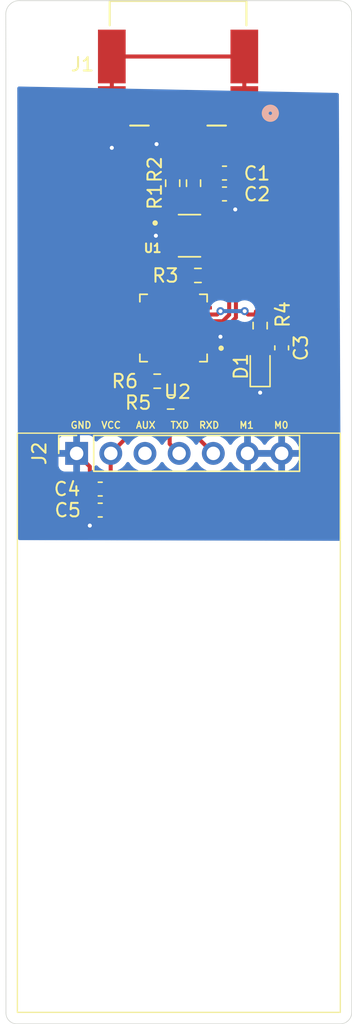
<source format=kicad_pcb>
(kicad_pcb (version 20240108) (generator "pcbnew") (generator_version "8.0")
  (layers (0 "F.Cu" signal) (31 "B.Cu" signal) (34 "B.Paste" user) (35 "F.Paste" user) (36 "B.SilkS" user "B.Silkscreen") (37 "F.SilkS" user "F.Silkscreen") (38 "B.Mask" user) (39 "F.Mask" user) (44 "Edge.Cuts" user))
  (net 0 "")
  (net 1 "GND")
  (net 2 "/VBUS")
  (net 3 "/RED_LED")
  (net 4 "Net-(D1-A)")
  (net 5 "Net-(J1-D-)")
  (net 6 "Net-(J1-D+)")
  (net 8 "/TXD")
  (net 9 "/RXD")
  (net 10 "/USB_D-")
  (net 11 "/USB_D+")
  (net 12 "/CP_D-")
  (net 13 "/CP_D+")
  (net 15 "Net-(U2-~{RST})")
  (footprint "Capacitor_SMD:C_0603_1608Metric" (layer "F.Cu") (at 114.085 91.77)
    (property "Reference" "C5" (at -2.415 0.01 0) (layer "F.SilkS"))
    (property "Value" "0.1uF")
    (fp_line (start -0.14058 -0.51) (end 0.14058 -0.51) (stroke (width 0.12)) (layer "F.SilkS"))
    (fp_line (start -0.14058 0.51) (end 0.14058 0.51) (stroke (width 0.12)) (layer "F.SilkS"))
    (pad "1" smd roundrect (at -0.775 0) (size 0.9 0.95) (layers "F.Cu" "F.Paste" "F.Mask") (net 1 "GND"))
    (pad "2" smd roundrect (at 0.775 0) (size 0.9 0.95) (layers "F.Cu" "F.Paste" "F.Mask") (net 2 "/VBUS"))
  )
  (footprint "Capacitor_SMD:C_0603_1608Metric" (layer "F.Cu") (at 114.085 90.21)
    (property "Reference" "C4" (at -2.465 0 0) (layer "F.SilkS"))
    (property "Value" "0.1uF")
    (fp_line (start -0.14058 -0.51) (end 0.14058 -0.51) (stroke (width 0.12)) (layer "F.SilkS"))
    (fp_line (start -0.14058 0.51) (end 0.14058 0.51) (stroke (width 0.12)) (layer "F.SilkS"))
    (pad "1" smd roundrect (at -0.775 0) (size 0.9 0.95) (layers "F.Cu" "F.Paste" "F.Mask") (net 1 "GND"))
    (pad "2" smd roundrect (at 0.775 0) (size 0.9 0.95) (layers "F.Cu" "F.Paste" "F.Mask") (net 2 "/VBUS"))
  )
  (footprint "CP2102:QFN50P500X500X100-29N" (layer "F.Cu") (at 119.53 78.25 180)
    (property "Reference" "U2" (at -0.295 -4.74 0) (layer "F.SilkS"))
    (property "Value" "CP2102")
    (fp_line (start 2.5 2.5) (end 2.5 1.95) (stroke (width 0.127)) (layer "F.SilkS"))
    (fp_line (start 2.5 2.5) (end 1.95 2.5) (stroke (width 0.127)) (layer "F.SilkS"))
    (fp_line (start 2.5 -2.5) (end 2.5 -1.95) (stroke (width 0.127)) (layer "F.SilkS"))
    (fp_line (start 2.5 -2.5) (end 1.95 -2.5) (stroke (width 0.127)) (layer "F.SilkS"))
    (fp_line (start -2.5 2.5) (end -1.95 2.5) (stroke (width 0.127)) (layer "F.SilkS"))
    (fp_line (start -2.5 2.5) (end -2.5 1.95) (stroke (width 0.127)) (layer "F.SilkS"))
    (fp_line (start -2.5 -2.5) (end -1.95 -2.5) (stroke (width 0.127)) (layer "F.SilkS"))
    (fp_line (start -2.5 -2.5) (end -2.5 -1.95) (stroke (width 0.127)) (layer "F.SilkS"))
    (fp_circle (center -3.54 -1.5) (end -3.44 -1.5) (stroke (width 0.2)) (fill none) (layer "F.SilkS"))
    (pad "1" smd roundrect (at -2.37 -1.5 180) (size 0.97 0.26) (layers "F.Cu" "F.Paste" "F.Mask") (roundrect_rratio 0.125))
    (pad "2" smd roundrect (at -2.37 -1 180) (size 0.97 0.26) (layers "F.Cu" "F.Paste" "F.Mask") (roundrect_rratio 0.125))
    (pad "3" smd roundrect (at -2.37 -0.5 180) (size 0.97 0.26) (layers "F.Cu" "F.Paste" "F.Mask") (roundrect_rratio 0.125) (net 1 "GND"))
    (pad "4" smd roundrect (at -2.37 0 180) (size 0.97 0.26) (layers "F.Cu" "F.Paste" "F.Mask") (roundrect_rratio 0.125) (net 13 "/CP_D+"))
    (pad "5" smd roundrect (at -2.37 0.5 180) (size 0.97 0.26) (layers "F.Cu" "F.Paste" "F.Mask") (roundrect_rratio 0.125) (net 12 "/CP_D-"))
    (pad "6" smd roundrect (at -2.37 1 180) (size 0.97 0.26) (layers "F.Cu" "F.Paste" "F.Mask") (roundrect_rratio 0.125) (net 3 "/RED_LED"))
    (pad "7" smd roundrect (at -2.37 1.5 180) (size 0.97 0.26) (layers "F.Cu" "F.Paste" "F.Mask") (roundrect_rratio 0.125) (net 2 "/VBUS"))
    (pad "8" smd roundrect (at -1.5 2.37 180) (size 0.26 0.97) (layers "F.Cu" "F.Paste" "F.Mask") (roundrect_rratio 0.125) (net 2 "/VBUS"))
    (pad "9" smd roundrect (at -1 2.37 180) (size 0.26 0.97) (layers "F.Cu" "F.Paste" "F.Mask") (roundrect_rratio 0.125) (net 15 "Net-(U2-~{RST})"))
    (pad "10" smd roundrect (at -0.5 2.37 180) (size 0.26 0.97) (layers "F.Cu" "F.Paste" "F.Mask") (roundrect_rratio 0.125))
    (pad "11" smd roundrect (at 0 2.37 180) (size 0.26 0.97) (layers "F.Cu" "F.Paste" "F.Mask") (roundrect_rratio 0.125))
    (pad "12" smd roundrect (at 0.5 2.37 180) (size 0.26 0.97) (layers "F.Cu" "F.Paste" "F.Mask") (roundrect_rratio 0.125))
    (pad "13" smd roundrect (at 1 2.37 180) (size 0.26 0.97) (layers "F.Cu" "F.Paste" "F.Mask") (roundrect_rratio 0.125))
    (pad "14" smd roundrect (at 1.5 2.37 180) (size 0.26 0.97) (layers "F.Cu" "F.Paste" "F.Mask") (roundrect_rratio 0.125))
    (pad "15" smd roundrect (at 2.37 1.5 180) (size 0.97 0.26) (layers "F.Cu" "F.Paste" "F.Mask") (roundrect_rratio 0.125))
    (pad "16" smd roundrect (at 2.37 1 180) (size 0.97 0.26) (layers "F.Cu" "F.Paste" "F.Mask") (roundrect_rratio 0.125))
    (pad "17" smd roundrect (at 2.37 0.5 180) (size 0.97 0.26) (layers "F.Cu" "F.Paste" "F.Mask") (roundrect_rratio 0.125))
    (pad "18" smd roundrect (at 2.37 0 180) (size 0.97 0.26) (layers "F.Cu" "F.Paste" "F.Mask") (roundrect_rratio 0.125))
    (pad "19" smd roundrect (at 2.37 -0.5 180) (size 0.97 0.26) (layers "F.Cu" "F.Paste" "F.Mask") (roundrect_rratio 0.125))
    (pad "20" smd roundrect (at 2.37 -1 180) (size 0.97 0.26) (layers "F.Cu" "F.Paste" "F.Mask") (roundrect_rratio 0.125))
    (pad "21" smd roundrect (at 2.37 -1.5 180) (size 0.97 0.26) (layers "F.Cu" "F.Paste" "F.Mask") (roundrect_rratio 0.125))
    (pad "22" smd roundrect (at 1.5 -2.37 180) (size 0.26 0.97) (layers "F.Cu" "F.Paste" "F.Mask") (roundrect_rratio 0.125))
    (pad "23" smd roundrect (at 1 -2.37 180) (size 0.26 0.97) (layers "F.Cu" "F.Paste" "F.Mask") (roundrect_rratio 0.125))
    (pad "24" smd roundrect (at 0.5 -2.37 180) (size 0.26 0.97) (layers "F.Cu" "F.Paste" "F.Mask") (roundrect_rratio 0.125))
    (pad "25" smd roundrect (at 0 -2.37 180) (size 0.26 0.97) (layers "F.Cu" "F.Paste" "F.Mask") (roundrect_rratio 0.125) (net 8 "/TXD"))
    (pad "26" smd roundrect (at -0.5 -2.37 180) (size 0.26 0.97) (layers "F.Cu" "F.Paste" "F.Mask") (roundrect_rratio 0.125) (net 9 "/RXD"))
    (pad "27" smd roundrect (at -1 -2.37 180) (size 0.26 0.97) (layers "F.Cu" "F.Paste" "F.Mask") (roundrect_rratio 0.125))
    (pad "28" smd roundrect (at -1.5 -2.37 180) (size 0.26 0.97) (layers "F.Cu" "F.Paste" "F.Mask") (roundrect_rratio 0.125))
    (pad "29" smd rect (at 0 0 180) (size 3.15 3.15) (layers "F.Cu" "F.Mask") (net 1 "GND"))
  )
  (footprint "Capacitor_SMD:C_0603_1608Metric" (layer "F.Cu") (at 123.32 66.75)
    (property "Reference" "C1" (at 2.41 0.03 0) (layer "F.SilkS"))
    (property "Value" "0.1uF")
    (fp_line (start -0.14058 -0.51) (end 0.14058 -0.51) (stroke (width 0.12)) (layer "F.SilkS"))
    (fp_line (start -0.14058 0.51) (end 0.14058 0.51) (stroke (width 0.12)) (layer "F.SilkS"))
    (pad "1" smd roundrect (at -0.775 0) (size 0.9 0.95) (layers "F.Cu" "F.Paste" "F.Mask") (net 2 "/VBUS"))
    (pad "2" smd roundrect (at 0.775 0) (size 0.9 0.95) (layers "F.Cu" "F.Paste" "F.Mask") (net 1 "GND"))
  )
  (footprint "Resistor_SMD:R_0603_1608Metric" (layer "F.Cu") (at 119.32 83.75)
    (property "Reference" "R5" (at -2.415 0.05 0) (layer "F.SilkS"))
    (property "Value" "4k7")
    (fp_line (start -0.237258 -0.5225) (end 0.237258 -0.5225) (stroke (width 0.12)) (layer "F.SilkS"))
    (fp_line (start -0.237258 0.5225) (end 0.237258 0.5225) (stroke (width 0.12)) (layer "F.SilkS"))
    (pad "1" smd roundrect (at -0.825 0) (size 0.8 0.95) (layers "F.Cu" "F.Paste" "F.Mask") (net 2 "/VBUS"))
    (pad "2" smd roundrect (at 0.825 0) (size 0.8 0.95) (layers "F.Cu" "F.Paste" "F.Mask") (net 9 "/RXD"))
  )
  (footprint "565790576:56579-0576_MOL" (layer "F.Cu") (at 119.87 58.6 180)
    (property "Reference" "J1" (at 7.1 -0.08 0) (layer "F.SilkS"))
    (property "Value" "565790576")
    (fp_arc (start -6.477 -3.7084) (mid -6.858 -3.3274) (end -7.239 -3.7084) (stroke (width 0.508)) (layer "B.SilkS"))
    (fp_arc (start -7.239 -3.7084) (mid -6.858 -4.0894) (end -6.477 -3.7084) (stroke (width 0.508)) (layer "B.SilkS"))
    (fp_line (start 5.08 4.6228) (end 5.08 2.8194) (stroke (width 0.1524)) (layer "F.SilkS"))
    (fp_line (start 3.556 -4.6228) (end 2.1844 -4.6228) (stroke (width 0.1524)) (layer "F.SilkS"))
    (fp_line (start -2.1844 -4.6228) (end -3.556 -4.6228) (stroke (width 0.1524)) (layer "F.SilkS"))
    (fp_line (start -5.08 4.6228) (end 5.08 4.6228) (stroke (width 0.1524)) (layer "F.SilkS"))
    (fp_line (start -5.08 2.8194) (end -5.08 4.6228) (stroke (width 0.1524)) (layer "F.SilkS"))
    (fp_arc (start -6.477 -3.7084) (mid -6.858 -3.3274) (end -7.239 -3.7084) (stroke (width 0.508)) (layer "F.SilkS"))
    (fp_arc (start -7.239 -3.7084) (mid -6.858 -4.0894) (end -6.477 -3.7084) (stroke (width 0.508)) (layer "F.SilkS"))
    (pad "1" smd rect (at -1.6 -3.7208 180) (size 0.508 2.2606) (layers "F.Cu" "F.Paste" "F.Mask") (net 2 "/VBUS"))
    (pad "2" smd rect (at -0.8 -3.7208 180) (size 0.508 2.2606) (layers "F.Cu" "F.Paste" "F.Mask") (net 5 "Net-(J1-D-)"))
    (pad "3" smd rect (at 0 -3.7208 180) (size 0.508 2.2606) (layers "F.Cu" "F.Paste" "F.Mask") (net 6 "Net-(J1-D+)"))
    (pad "4" smd rect (at 0.8 -3.7208 180) (size 0.508 2.2606) (layers "F.Cu" "F.Paste" "F.Mask"))
    (pad "5" smd rect (at 1.6 -3.7208 180) (size 0.508 2.2606) (layers "F.Cu" "F.Paste" "F.Mask") (net 1 "GND"))
    (pad "6" smd rect (at -4.925 -3.6958 180) (size 2.0574 3.9878) (layers "F.Cu" "F.Paste" "F.Mask"))
    (pad "7" smd rect (at 4.925 -3.6958 180) (size 2.0574 3.9878) (layers "F.Cu" "F.Paste" "F.Mask"))
    (pad "8" smd rect (at -4.925 0.5042 180) (size 2.0574 3.9878) (layers "F.Cu" "F.Paste" "F.Mask"))
    (pad "9" smd rect (at 4.925 0.5042 180) (size 2.0574 3.9878) (layers "F.Cu" "F.Paste" "F.Mask"))
  )
  (footprint "Resistor_SMD:R_0603_1608Metric" (layer "F.Cu") (at 119.47 67.5 -90)
    (property "Reference" "R2" (at -1.01 1.33 90) (layer "F.SilkS"))
    (property "Value" "22")
    (fp_line (start -0.237258 0.5225) (end 0.237258 0.5225) (stroke (width 0.12)) (layer "F.SilkS"))
    (fp_line (start -0.237258 -0.5225) (end 0.237258 -0.5225) (stroke (width 0.12)) (layer "F.SilkS"))
    (pad "1" smd roundrect (at -0.825 0 270) (size 0.8 0.95) (layers "F.Cu" "F.Paste" "F.Mask") (net 6 "Net-(J1-D+)"))
    (pad "2" smd roundrect (at 0.825 0 270) (size 0.8 0.95) (layers "F.Cu" "F.Paste" "F.Mask") (net 11 "/USB_D+"))
  )
  (footprint "Resistor_SMD:R_0603_1608Metric" (layer "F.Cu") (at 121.345 74.35 180)
    (property "Reference" "R3" (at 2.415 -0.01 0) (layer "F.SilkS"))
    (property "Value" "4k7")
    (fp_line (start -0.237258 0.5225) (end 0.237258 0.5225) (stroke (width 0.12)) (layer "F.SilkS"))
    (fp_line (start -0.237258 -0.5225) (end 0.237258 -0.5225) (stroke (width 0.12)) (layer "F.SilkS"))
    (pad "1" smd roundrect (at -0.825 0 180) (size 0.8 0.95) (layers "F.Cu" "F.Paste" "F.Mask") (net 2 "/VBUS"))
    (pad "2" smd roundrect (at 0.825 0 180) (size 0.8 0.95) (layers "F.Cu" "F.Paste" "F.Mask") (net 15 "Net-(U2-~{RST})"))
  )
  (footprint "Resistor_SMD:R_0603_1608Metric" (layer "F.Cu") (at 121.02 67.5 90)
    (property "Reference" "R1" (at -1 -2.88 90) (layer "F.SilkS"))
    (property "Value" "22")
    (fp_line (start -0.237258 -0.5225) (end 0.237258 -0.5225) (stroke (width 0.12)) (layer "F.SilkS"))
    (fp_line (start -0.237258 0.5225) (end 0.237258 0.5225) (stroke (width 0.12)) (layer "F.SilkS"))
    (pad "1" smd roundrect (at -0.825 0 90) (size 0.8 0.95) (layers "F.Cu" "F.Paste" "F.Mask") (net 10 "/USB_D-"))
    (pad "2" smd roundrect (at 0.825 0 90) (size 0.8 0.95) (layers "F.Cu" "F.Paste" "F.Mask") (net 5 "Net-(J1-D-)"))
  )
  (footprint "Capacitor_SMD:C_0603_1608Metric" (layer "F.Cu") (at 127.57 79.725 -90)
    (property "Reference" "C3" (at 0 -1.43 90) (layer "F.SilkS"))
    (property "Value" "0.1uF")
    (fp_line (start -0.14058 0.51) (end 0.14058 0.51) (stroke (width 0.12)) (layer "F.SilkS"))
    (fp_line (start -0.14058 -0.51) (end 0.14058 -0.51) (stroke (width 0.12)) (layer "F.SilkS"))
    (pad "1" smd roundrect (at -0.775 0 270) (size 0.9 0.95) (layers "F.Cu" "F.Paste" "F.Mask") (net 3 "/RED_LED"))
    (pad "2" smd roundrect (at 0.775 0 270) (size 0.9 0.95) (layers "F.Cu" "F.Paste" "F.Mask") (net 1 "GND"))
  )
  (footprint "Capacitor_SMD:C_0603_1608Metric" (layer "F.Cu") (at 123.32 68.3)
    (property "Reference" "C2" (at 2.42 0.02 0) (layer "F.SilkS"))
    (property "Value" "0.1uF")
    (fp_line (start -0.14058 -0.51) (end 0.14058 -0.51) (stroke (width 0.12)) (layer "F.SilkS"))
    (fp_line (start -0.14058 0.51) (end 0.14058 0.51) (stroke (width 0.12)) (layer "F.SilkS"))
    (pad "1" smd roundrect (at -0.775 0) (size 0.9 0.95) (layers "F.Cu" "F.Paste" "F.Mask") (net 2 "/VBUS"))
    (pad "2" smd roundrect (at 0.775 0) (size 0.9 0.95) (layers "F.Cu" "F.Paste" "F.Mask") (net 1 "GND"))
  )
  (footprint "Connector_PinSocket_2.54mm:PinSocket_1x07_P2.54mm_Vertical" (layer "F.Cu") (at 112.33 87.56 90)
    (property "Reference" "J2" (at 0 -2.77 90) (layer "F.SilkS"))
    (property "Value" "Conn_01x07_Socket")
    (fp_line (start 1.33 -1.33) (end 1.33 0) (stroke (width 0.12)) (layer "F.SilkS"))
    (fp_line (start 0 -1.33) (end 1.33 -1.33) (stroke (width 0.12)) (layer "F.SilkS"))
    (fp_line (start 1.33 1.27) (end 1.33 16.57) (stroke (width 0.12)) (layer "F.SilkS"))
    (fp_line (start -1.33 1.27) (end 1.33 1.27) (stroke (width 0.12)) (layer "F.SilkS"))
    (fp_line (start -1.33 1.27) (end -1.33 16.57) (stroke (width 0.12)) (layer "F.SilkS"))
    (fp_line (start -1.33 16.57) (end 1.33 16.57) (stroke (width 0.12)) (layer "F.SilkS"))
    (pad "1" thru_hole rect (at 0 0 90) (size 1.7 1.7) (drill 1) (layers "*.Cu" "*.Mask" "In1.Cu" "In2.Cu" "In3.Cu" "In4.Cu" "In5.Cu" "In6.Cu" "In7.Cu" "In8.Cu" "In9.Cu" "In10.Cu" "In11.Cu" "In12.Cu" "In13.Cu" "In14.Cu" "In15.Cu" "In16.Cu" "In17.Cu" "In18.Cu" "In19.Cu" "In20.Cu" "In21.Cu" "In22.Cu" "In23.Cu" "In24.Cu" "In25.Cu" "In26.Cu" "In27.Cu" "In28.Cu" "In29.Cu" "In30.Cu") (net 1 "GND"))
    (pad "2" thru_hole oval (at 0 2.54 90) (size 1.7 1.7) (drill 1) (layers "*.Cu" "*.Mask" "In1.Cu" "In2.Cu" "In3.Cu" "In4.Cu" "In5.Cu" "In6.Cu" "In7.Cu" "In8.Cu" "In9.Cu" "In10.Cu" "In11.Cu" "In12.Cu" "In13.Cu" "In14.Cu" "In15.Cu" "In16.Cu" "In17.Cu" "In18.Cu" "In19.Cu" "In20.Cu" "In21.Cu" "In22.Cu" "In23.Cu" "In24.Cu" "In25.Cu" "In26.Cu" "In27.Cu" "In28.Cu" "In29.Cu" "In30.Cu") (net 2 "/VBUS"))
    (pad "3" thru_hole oval (at 0 5.08 90) (size 1.7 1.7) (drill 1) (layers "*.Cu" "*.Mask" "In1.Cu" "In2.Cu" "In3.Cu" "In4.Cu" "In5.Cu" "In6.Cu" "In7.Cu" "In8.Cu" "In9.Cu" "In10.Cu" "In11.Cu" "In12.Cu" "In13.Cu" "In14.Cu" "In15.Cu" "In16.Cu" "In17.Cu" "In18.Cu" "In19.Cu" "In20.Cu" "In21.Cu" "In22.Cu" "In23.Cu" "In24.Cu" "In25.Cu" "In26.Cu" "In27.Cu" "In28.Cu" "In29.Cu" "In30.Cu"))
    (pad "4" thru_hole oval (at 0 7.62 90) (size 1.7 1.7) (drill 1) (layers "*.Cu" "*.Mask" "In1.Cu" "In2.Cu" "In3.Cu" "In4.Cu" "In5.Cu" "In6.Cu" "In7.Cu" "In8.Cu" "In9.Cu" "In10.Cu" "In11.Cu" "In12.Cu" "In13.Cu" "In14.Cu" "In15.Cu" "In16.Cu" "In17.Cu" "In18.Cu" "In19.Cu" "In20.Cu" "In21.Cu" "In22.Cu" "In23.Cu" "In24.Cu" "In25.Cu" "In26.Cu" "In27.Cu" "In28.Cu" "In29.Cu" "In30.Cu") (net 8 "/TXD"))
    (pad "5" thru_hole oval (at 0 10.16 90) (size 1.7 1.7) (drill 1) (layers "*.Cu" "*.Mask" "In1.Cu" "In2.Cu" "In3.Cu" "In4.Cu" "In5.Cu" "In6.Cu" "In7.Cu" "In8.Cu" "In9.Cu" "In10.Cu" "In11.Cu" "In12.Cu" "In13.Cu" "In14.Cu" "In15.Cu" "In16.Cu" "In17.Cu" "In18.Cu" "In19.Cu" "In20.Cu" "In21.Cu" "In22.Cu" "In23.Cu" "In24.Cu" "In25.Cu" "In26.Cu" "In27.Cu" "In28.Cu" "In29.Cu" "In30.Cu") (net 9 "/RXD"))
    (pad "6" thru_hole oval (at 0 12.7 90) (size 1.7 1.7) (drill 1) (layers "*.Cu" "*.Mask" "In1.Cu" "In2.Cu" "In3.Cu" "In4.Cu" "In5.Cu" "In6.Cu" "In7.Cu" "In8.Cu" "In9.Cu" "In10.Cu" "In11.Cu" "In12.Cu" "In13.Cu" "In14.Cu" "In15.Cu" "In16.Cu" "In17.Cu" "In18.Cu" "In19.Cu" "In20.Cu" "In21.Cu" "In22.Cu" "In23.Cu" "In24.Cu" "In25.Cu" "In26.Cu" "In27.Cu" "In28.Cu" "In29.Cu" "In30.Cu") (net 1 "GND"))
    (pad "7" thru_hole oval (at 0 15.24 90) (size 1.7 1.7) (drill 1) (layers "*.Cu" "*.Mask" "In1.Cu" "In2.Cu" "In3.Cu" "In4.Cu" "In5.Cu" "In6.Cu" "In7.Cu" "In8.Cu" "In9.Cu" "In10.Cu" "In11.Cu" "In12.Cu" "In13.Cu" "In14.Cu" "In15.Cu" "In16.Cu" "In17.Cu" "In18.Cu" "In19.Cu" "In20.Cu" "In21.Cu" "In22.Cu" "In23.Cu" "In24.Cu" "In25.Cu" "In26.Cu" "In27.Cu" "In28.Cu" "In29.Cu" "In30.Cu") (net 1 "GND"))
  )
  (footprint "Resistor_SMD:R_0603_1608Metric" (layer "F.Cu") (at 118.32 82.2)
    (property "Reference" "R6" (at -2.405 0 0) (layer "F.SilkS"))
    (property "Value" "4k7")
    (fp_line (start -0.237258 -0.5225) (end 0.237258 -0.5225) (stroke (width 0.12)) (layer "F.SilkS"))
    (fp_line (start -0.237258 0.5225) (end 0.237258 0.5225) (stroke (width 0.12)) (layer "F.SilkS"))
    (pad "1" smd roundrect (at -0.825 0) (size 0.8 0.95) (layers "F.Cu" "F.Paste" "F.Mask") (net 2 "/VBUS"))
    (pad "2" smd roundrect (at 0.825 0) (size 0.8 0.95) (layers "F.Cu" "F.Paste" "F.Mask") (net 8 "/TXD"))
  )
  (footprint "LED_SMD:LED_0603_1608Metric" (layer "F.Cu") (at 125.97 81.1125 90)
    (property "Reference" "D1" (at 0 -1.43 90) (layer "F.SilkS"))
    (property "Value" "LED")
    (fp_line (start 0.8 -0.735) (end -1.485 -0.735) (stroke (width 0.12)) (layer "F.SilkS"))
    (fp_line (start -1.485 -0.735) (end -1.485 0.735) (stroke (width 0.12)) (layer "F.SilkS"))
    (fp_line (start -1.485 0.735) (end 0.8 0.735) (stroke (width 0.12)) (layer "F.SilkS"))
    (pad "1" smd roundrect (at -0.7875 0 90) (size 0.875 0.95) (layers "F.Cu" "F.Paste" "F.Mask") (net 1 "GND"))
    (pad "2" smd roundrect (at 0.7875 0 90) (size 0.875 0.95) (layers "F.Cu" "F.Paste" "F.Mask") (net 4 "Net-(D1-A)"))
  )
  (footprint "Resistor_SMD:R_0603_1608Metric" (layer "F.Cu") (at 125.97 78.075 -90)
    (property "Reference" "R4" (at -0.825 -1.68 90) (layer "F.SilkS"))
    (property "Value" "220")
    (fp_line (start -0.237258 0.5225) (end 0.237258 0.5225) (stroke (width 0.12)) (layer "F.SilkS"))
    (fp_line (start -0.237258 -0.5225) (end 0.237258 -0.5225) (stroke (width 0.12)) (layer "F.SilkS"))
    (pad "1" smd roundrect (at -0.825 0 270) (size 0.8 0.95) (layers "F.Cu" "F.Paste" "F.Mask") (net 3 "/RED_LED"))
    (pad "2" smd roundrect (at 0.825 0 270) (size 0.8 0.95) (layers "F.Cu" "F.Paste" "F.Mask") (net 4 "Net-(D1-A)"))
  )
  (footprint "USBLC6-2SC6:SOT95P280X145-6N" (layer "F.Cu") (at 120.72 71.4)
    (property "Reference" "U1" (at -2.74 0.93 0) (layer "F.SilkS") (effects (font (size 0.64 0.64))))
    (property "Value" "USBLC6-2SC6")
    (fp_line (start 0.8125 -1.565) (end -0.8125 -1.565) (stroke (width 0.127)) (layer "F.SilkS"))
    (fp_line (start 0.8125 1.565) (end -0.8125 1.565) (stroke (width 0.127)) (layer "F.SilkS"))
    (fp_circle (center -2.555 -0.945) (end -2.455 -0.945) (stroke (width 0.2)) (fill none) (layer "F.SilkS"))
    (pad "1" smd roundrect (at -1.255 -0.95) (size 1.21 0.59) (layers "F.Cu" "F.Paste" "F.Mask") (roundrect_rratio 0.125) (net 11 "/USB_D+"))
    (pad "2" smd roundrect (at -1.255 0) (size 1.21 0.59) (layers "F.Cu" "F.Paste" "F.Mask") (roundrect_rratio 0.125) (net 1 "GND"))
    (pad "3" smd roundrect (at -1.255 0.95) (size 1.21 0.59) (layers "F.Cu" "F.Paste" "F.Mask") (roundrect_rratio 0.125) (net 10 "/USB_D-"))
    (pad "4" smd roundrect (at 1.255 0.95) (size 1.21 0.59) (layers "F.Cu" "F.Paste" "F.Mask") (roundrect_rratio 0.125) (net 12 "/CP_D-"))
    (pad "5" smd roundrect (at 1.255 0) (size 1.21 0.59) (layers "F.Cu" "F.Paste" "F.Mask") (roundrect_rratio 0.125) (net 2 "/VBUS"))
    (pad "6" smd roundrect (at 1.255 -0.95) (size 1.21 0.59) (layers "F.Cu" "F.Paste" "F.Mask") (roundrect_rratio 0.125) (net 13 "/CP_D+"))
  )
  (gr_line (start 107.9275 86.0575) (end 131.9275 86.0575) (stroke (width 0.1)) (layer "F.SilkS"))
  (gr_line (start 131.9275 129.0575) (end 107.9275 129.0575) (stroke (width 0.1)) (layer "F.SilkS"))
  (gr_line (start 131.9275 86.0575) (end 131.9275 129.0575) (stroke (width 0.1)) (layer "F.SilkS"))
  (gr_line (start 107.9275 129.0575) (end 107.9275 86.0575) (stroke (width 0.1)) (layer "F.SilkS"))
  (gr_line (start 132.7775 121.5075) (end 132.7775 119.1075) (stroke (width 0.05)) (layer "Edge.Cuts"))
  (gr_arc (start 132.7775 129.0575) (mid 132.528541 129.658541) (end 131.9275 129.9075) (stroke (width 0.05)) (layer "Edge.Cuts"))
  (gr_line (start 132.7775 129.0575) (end 132.7775 124.5075) (stroke (width 0.05)) (layer "Edge.Cuts"))
  (gr_line (start 132.7775 101.7075) (end 132.7775 94.1075) (stroke (width 0.05)) (layer "Edge.Cuts"))
  (gr_line (start 132.7775 65.7075) (end 132.7775 58.3075) (stroke (width 0.05)) (layer "Edge.Cuts"))
  (gr_line (start 107.0775 110.7075) (end 107.0775 114.8075) (stroke (width 0.05)) (layer "Edge.Cuts"))
  (gr_line (start 126.1775 129.9075) (end 131.1775 129.9075) (stroke (width 0.05)) (layer "Edge.Cuts"))
  (gr_line (start 132.7775 119.1075) (end 132.7775 111.3575) (stroke (width 0.05)) (layer "Edge.Cuts"))
  (gr_line (start 107.0775 97.1575) (end 107.0775 100.4575) (stroke (width 0.05)) (layer "Edge.Cuts"))
  (gr_line (start 107.0775 100.4575) (end 107.0775 105.7075) (stroke (width 0.05)) (layer "Edge.Cuts"))
  (gr_line (start 108.1625 53.95) (end 112.8625 53.95) (stroke (width 0.05)) (layer "Edge.Cuts"))
  (gr_arc (start 107.8775 129.9075) (mid 107.311815 129.673185) (end 107.0775 129.1075) (stroke (width 0.05)) (layer "Edge.Cuts"))
  (gr_line (start 132.7775 124.5075) (end 132.7775 121.5075) (stroke (width 0.05)) (layer "Edge.Cuts"))
  (gr_line (start 132.7775 87.9575) (end 132.7775 80.6075) (stroke (width 0.05)) (layer "Edge.Cuts"))
  (gr_line (start 107.0775 124.8575) (end 107.0775 126.4075) (stroke (width 0.05)) (layer "Edge.Cuts"))
  (gr_line (start 107.065731 54.9425) (end 107.073231 58.3075) (stroke (width 0.05)) (layer "Edge.Cuts"))
  (gr_line (start 121.9775 129.9075) (end 126.1775 129.9075) (stroke (width 0.05)) (layer "Edge.Cuts"))
  (gr_arc (start 131.77 53.95) (mid 132.477107 54.242893) (end 132.77 54.95) (stroke (width 0.05)) (layer "Edge.Cuts"))
  (gr_line (start 107.0775 110.2075) (end 107.0775 110.7075) (stroke (width 0.05)) (layer "Edge.Cuts"))
  (gr_line (start 107.0775 93.4075) (end 107.0775 97.1575) (stroke (width 0.05)) (layer "Edge.Cuts"))
  (gr_line (start 132.7775 109.7575) (end 132.7775 101.7075) (stroke (width 0.05)) (layer "Edge.Cuts"))
  (gr_line (start 132.7775 111.3575) (end 132.7775 109.7575) (stroke (width 0.05)) (layer "Edge.Cuts"))
  (gr_line (start 107.0775 90.3075) (end 107.0775 93.4075) (stroke (width 0.05)) (layer "Edge.Cuts"))
  (gr_line (start 114.8275 129.9075) (end 117.7275 129.9075) (stroke (width 0.05)) (layer "Edge.Cuts"))
  (gr_line (start 107.0775 126.4075) (end 107.0775 129.0575) (stroke (width 0.05)) (layer "Edge.Cuts"))
  (gr_line (start 112.87 53.95) (end 131.77 53.95) (stroke (width 0.05)) (layer "Edge.Cuts"))
  (gr_line (start 132.77 54.95) (end 132.7775 58.3075) (stroke (width 0.05)) (layer "Edge.Cuts"))
  (gr_line (start 107.073231 90.3075) (end 107.073231 58.3075) (stroke (width 0.05)) (layer "Edge.Cuts"))
  (gr_line (start 132.7775 94.1075) (end 132.7775 87.9575) (stroke (width 0.05)) (layer "Edge.Cuts"))
  (gr_line (start 131.1775 129.9075) (end 131.9275 129.9075) (stroke (width 0.05)) (layer "Edge.Cuts"))
  (gr_arc (start 107.065731 54.9425) (mid 107.396125 54.205349) (end 108.162503 53.949972) (stroke (width 0.05)) (layer "Edge.Cuts"))
  (gr_line (start 107.0775 120.1575) (end 107.0775 124.8575) (stroke (width 0.05)) (layer "Edge.Cuts"))
  (gr_line (start 107.0775 129.0575) (end 107.0775 129.1075) (stroke (width 0.05)) (layer "Edge.Cuts"))
  (gr_line (start 110.5275 129.9075) (end 114.8275 129.9075) (stroke (width 0.05)) (layer "Edge.Cuts"))
  (gr_line (start 117.7275 129.9075) (end 121.9775 129.9075) (stroke (width 0.05)) (layer "Edge.Cuts"))
  (gr_line (start 107.0775 105.7075) (end 107.0775 110.2075) (stroke (width 0.05)) (layer "Edge.Cuts"))
  (gr_line (start 107.0775 114.8075) (end 107.0775 119.1075) (stroke (width 0.05)) (layer "Edge.Cuts"))
  (gr_line (start 132.7775 80.6075) (end 132.7775 65.7075) (stroke (width 0.05)) (layer "Edge.Cuts"))
  (gr_line (start 107.0775 119.1075) (end 107.0775 120.1575) (stroke (width 0.05)) (layer "Edge.Cuts"))
  (gr_line (start 107.8775 129.9075) (end 110.5275 129.9075) (stroke (width 0.05)) (layer "Edge.Cuts"))
  (gr_text "GND  VCC   AUX   TXD  RXD    M1    M0" (at 111.8275 85.7575 0) (layer "F.SilkS") (effects (font (size 0.5 0.5) (thickness 0.1) (bold yes)) (justify left bottom)))
  (segment (start 127.37 80.5) (end 125.97 81.9) (width 0.3) (layer "F.Cu") (net 1))
  (segment (start 124.095 66.75) (end 124.095 68.3) (width 0.3) (layer "F.Cu") (net 1))
  (segment (start 113.31 90.21) (end 113.31 88.54) (width 0.3) (layer "F.Cu") (net 1))
  (segment (start 118.27 62.3208) (end 118.27 64.6) (width 0.3) (layer "F.Cu") (net 1))
  (segment (start 112.3125 86.8725) (end 112.3125 87.5575) (width 0.2) (layer "F.Cu") (net 1))
  (segment (start 112.3125 87.5575) (end 112.3125 87.8175) (width 0.2) (layer "F.Cu") (net 1))
  (segment (start 119.465 71.4) (end 118.22 71.4) (width 0.3) (layer "F.Cu") (net 1))
  (segment (start 121.9 78.75) (end 120.03 78.75) (width 0.3) (layer "F.Cu") (net 1))
  (segment (start 114.945 64.875) (end 114.945 62.2958) (width 0.3) (layer "F.Cu") (net 1))
  (segment (start 124.795 58.0958) (end 114.945 58.0958) (width 0.3) (layer "F.Cu") (net 1))
  (segment (start 114.945 58.0958) (end 114.945 62.2958) (width 0.3) (layer "F.Cu") (net 1))
  (segment (start 124.095 69.425) (end 124.12 69.45) (width 0.3) (layer "F.Cu") (net 1))
  (segment (start 113.31 92.92) (end 113.31 91.77) (width 0.3) (layer "F.Cu") (net 1))
  (segment (start 113.31 90.21) (end 113.31 91.77) (width 0.3) (layer "F.Cu") (net 1))
  (segment (start 121.9 78.75) (end 122.87 78.75) (width 0.3) (layer "F.Cu") (net 1))
  (segment (start 124.795 62.2958) (end 124.795 58.0958) (width 0.3) (layer "F.Cu") (net 1))
  (segment (start 113.31 88.54) (end 112.33 87.56) (width 0.3) (layer "F.Cu") (net 1))
  (segment (start 122.87 78.75) (end 123.02 78.9) (width 0.3) (layer "F.Cu") (net 1))
  (segment (start 120.03 78.75) (end 119.53 78.25) (width 0.3) (layer "F.Cu") (net 1))
  (segment (start 125.97 81.9) (end 125.97 83.05) (width 0.3) (layer "F.Cu") (net 1))
  (segment (start 127.57 80.5) (end 127.37 80.5) (width 0.3) (layer "F.Cu") (net 1))
  (segment (start 124.095 68.3) (end 124.095 69.425) (width 0.3) (layer "F.Cu") (net 1))
  (via (at 114.945 64.875) (size 0.6) (drill 0.3) (layers "F.Cu" "B.Cu") (net 1))
  (via (at 123.02 78.9) (size 0.6) (drill 0.3) (layers "F.Cu" "B.Cu") (net 1))
  (via (at 118.27 64.6) (size 0.6) (drill 0.3) (layers "F.Cu" "B.Cu") (net 1))
  (via (at 118.22 71.4) (size 0.6) (drill 0.3) (layers "F.Cu" "B.Cu") (net 1))
  (via (at 113.31 92.92) (size 0.6) (drill 0.3) (layers "F.Cu" "B.Cu") (net 1))
  (via (at 125.97 83.05) (size 0.6) (drill 0.3) (layers "F.Cu" "B.Cu") (net 1))
  (via (at 124.12 69.45) (size 0.6) (drill 0.3) (layers "F.Cu" "B.Cu") (net 1))
  (segment (start 119.42 73.15) (end 120.97 73.15) (width 0.3) (layer "F.Cu") (net 2))
  (segment (start 120.97 73.15) (end 122.17 74.35) (width 0.3) (layer "F.Cu") (net 2))
  (segment (start 114.86 91.77) (end 114.86 90.21) (width 0.3) (layer "F.Cu") (net 2))
  (segment (start 122.545 68.3) (end 122.37 68.3) (width 0.3) (layer "F.Cu") (net 2))
  (segment (start 116.17 80.875) (end 116.17 76.4) (width 0.3) (layer "F.Cu") (net 2))
  (segment (start 121.9 76.75) (end 121.03 75.88) (width 0.3) (layer "F.Cu") (net 2))
  (segment (start 122.17 74.74) (end 121.03 75.88) (width 0.3) (layer "F.Cu") (net 2))
  (segment (start 116.17 76.4) (end 119.42 73.15) (width 0.3) (layer "F.Cu") (net 2))
  (segment (start 122.17 74.35) (end 122.17 74.74) (width 0.3) (layer "F.Cu") (net 2))
  (segment (start 121.975 71.4) (end 121.32 71.4) (width 0.3) (layer "F.Cu") (net 2))
  (segment (start 117.495 82.75) (end 118.495 83.75) (width 0.3) (layer "F.Cu") (net 2))
  (segment (start 122.545 66.75) (end 122.545 66.575) (width 0.3) (layer "F.Cu") (net 2))
  (segment (start 117.495 82.2) (end 117.495 82.75) (width 0.3) (layer "F.Cu") (net 2))
  (segment (start 117.495 82.2) (end 116.17 80.875) (width 0.3) (layer "F.Cu") (net 2))
  (segment (start 122.545 66.575) (end 121.47 65.5) (width 0.3) (layer "F.Cu") (net 2))
  (segment (start 121.32 71.4) (end 120.97 71.75) (width 0.3) (layer "F.Cu") (net 2))
  (segment (start 120.97 71.75) (end 120.97 73.15) (width 0.3) (layer "F.Cu") (net 2))
  (segment (start 114.86 90.21) (end 114.86 87.57) (width 0.3) (layer "F.Cu") (net 2))
  (segment (start 118.495 83.93) (end 114.8675 87.5575) (width 0.3) (layer "F.Cu") (net 2))
  (segment (start 114.86 87.57) (end 114.87 87.56) (width 0.3) (layer "F.Cu") (net 2))
  (segment (start 118.495 83.75) (end 118.495 83.93) (width 0.3) (layer "F.Cu") (net 2))
  (segment (start 114.8525 87.5725) (end 114.8675 87.5575) (width 0.2) (layer "F.Cu") (net 2))
  (segment (start 121.47 65.5) (end 121.47 62.3208) (width 0.3) (layer "F.Cu") (net 2))
  (segment (start 122.545 66.75) (end 122.545 68.3) (width 0.3) (layer "F.Cu") (net 2))
  (segment (start 122.545 68.3) (end 120.97 69.875) (width 0.3) (layer "F.Cu") (net 2))
  (segment (start 120.97 69.875) (end 120.97 71.75) (width 0.3) (layer "F.Cu") (net 2))
  (segment (start 127.57 78.95) (end 127.57 78.85) (width 0.3) (layer "F.Cu") (net 3))
  (segment (start 122.77 77.25) (end 123.02 77) (width 0.3) (layer "F.Cu") (net 3))
  (segment (start 127.57 78.85) (end 125.97 77.25) (width 0.3) (layer "F.Cu") (net 3))
  (segment (start 121.9 77.25) (end 122.77 77.25) (width 0.3) (layer "F.Cu") (net 3))
  (segment (start 124.82 77) (end 125.07 77.25) (width 0.3) (layer "F.Cu") (net 3))
  (segment (start 125.07 77.25) (end 125.97 77.25) (width 0.3) (layer "F.Cu") (net 3))
  (via (at 124.82 77) (size 0.6) (drill 0.3) (layers "F.Cu" "B.Cu") (net 3))
  (via (at 123.02 77) (size 0.6) (drill 0.3) (layers "F.Cu" "B.Cu") (net 3))
  (segment (start 124.82 77) (end 123.02 77) (width 0.3) (layer "B.Cu") (net 3))
  (segment (start 125.97 80.325) (end 125.97 78.9) (width 0.3) (layer "F.Cu") (net 4))
  (segment (start 120.67 66.325) (end 121.02 66.675) (width 0.3) (layer "F.Cu") (net 5))
  (segment (start 120.67 62.3208) (end 120.67 66.325) (width 0.3) (layer "F.Cu") (net 5))
  (segment (start 119.87 66.275) (end 119.47 66.675) (width 0.3) (layer "F.Cu") (net 6))
  (segment (start 119.87 62.3208) (end 119.87 66.275) (width 0.3) (layer "F.Cu") (net 6))
  (segment (start 119.145 82.2) (end 119.245 82.3) (width 0.3) (layer "F.Cu") (net 8))
  (segment (start 119.245 82.3) (end 119.245 86.855) (width 0.3) (layer "F.Cu") (net 8))
  (segment (start 119.53 80.62) (end 119.53 81.815) (width 0.3) (layer "F.Cu") (net 8))
  (segment (start 119.6775 87.8125) (end 119.9325 87.5575) (width 0.2) (layer "F.Cu") (net 8))
  (segment (start 119.53 81.815) (end 119.145 82.2) (width 0.3) (layer "F.Cu") (net 8))
  (segment (start 119.245 86.855) (end 119.9475 87.5575) (width 0.3) (layer "F.Cu") (net 8))
  (segment (start 120.03 80.62) (end 120.03 83.635) (width 0.3) (layer "F.Cu") (net 9))
  (segment (start 120.03 83.635) (end 120.145 83.75) (width 0.3) (layer "F.Cu") (net 9))
  (segment (start 120.145 85.215) (end 122.4875 87.5575) (width 0.3) (layer "F.Cu") (net 9))
  (segment (start 122.4875 86.9175) (end 122.4875 87.5575) (width 0.2) (layer "F.Cu") (net 9))
  (segment (start 122.8775 87.9625) (end 122.4725 87.5575) (width 0.2) (layer "F.Cu") (net 9))
  (segment (start 120.145 83.75) (end 120.145 85.215) (width 0.3) (layer "F.Cu") (net 9))
  (segment (start 120.47 71.748818) (end 119.868818 72.35) (width 0.3) (layer "F.Cu") (net 10))
  (segment (start 120.47 68.875) (end 120.47 71.748818) (width 0.3) (layer "F.Cu") (net 10))
  (segment (start 119.868818 72.35) (end 119.465 72.35) (width 0.3) (layer "F.Cu") (net 10))
  (segment (start 121.02 68.325) (end 120.47 68.875) (width 0.3) (layer "F.Cu") (net 10))
  (segment (start 121.228752 68.533752) (end 121.02 68.325) (width 0.3) (layer "F.Cu") (net 10))
  (segment (start 119.465 68.33) (end 119.47 68.325) (width 0.3) (layer "F.Cu") (net 11))
  (segment (start 119.465 70.45) (end 119.465 68.33) (width 0.3) (layer "F.Cu") (net 11))
  (segment (start 123.67 74.045) (end 121.975 72.35) (width 0.3) (layer "F.Cu") (net 12))
  (segment (start 123.189239 77.75) (end 123.67 77.269239) (width 0.3) (layer "F.Cu") (net 12))
  (segment (start 121.9 77.75) (end 123.189239 77.75) (width 0.3) (layer "F.Cu") (net 12))
  (segment (start 123.67 77.269239) (end 123.67 74.045) (width 0.3) (layer "F.Cu") (net 12))
  (segment (start 123.396346 78.25) (end 124.17 77.476346) (width 0.3) (layer "F.Cu") (net 13))
  (segment (start 124.17 77.476346) (end 124.17 72.241182) (width 0.3) (layer "F.Cu") (net 13))
  (segment (start 122.378818 70.45) (end 121.975 70.45) (width 0.3) (layer "F.Cu") (net 13))
  (segment (start 121.9 78.25) (end 123.396346 78.25) (width 0.3) (layer "F.Cu") (net 13))
  (segment (start 124.17 72.241182) (end 122.378818 70.45) (width 0.3) (layer "F.Cu") (net 13))
  (segment (start 120.52 75.87) (end 120.53 75.88) (width 0.3) (layer "F.Cu") (net 15))
  (segment (start 120.52 74.35) (end 120.52 75.87) (width 0.3) (layer "F.Cu") (net 15))
  (zone (net 1) (net_name "GND") (layer "B.Cu") (connect_pads (clearance 0.5)) (min_thickness 0.25) (fill yes (thermal_gap 0.5) (thermal_bridge_width 0.5))
    (polygon (pts (xy 107.92 60.32) (xy 131.82 60.8) (xy 131.97 94.05) (xy 107.97 94)))
  )
)
</source>
